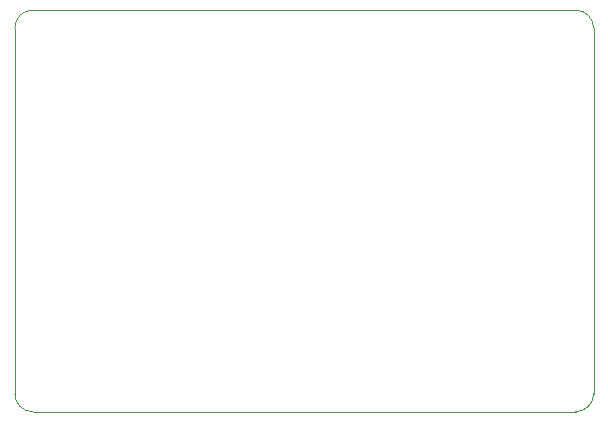
<source format=gm1>
G04 #@! TF.GenerationSoftware,KiCad,Pcbnew,5.1.5+dfsg1-2build2*
G04 #@! TF.CreationDate,2021-12-30T02:49:34+01:00*
G04 #@! TF.ProjectId,OPS,4f50532e-6b69-4636-9164-5f7063625858,rev?*
G04 #@! TF.SameCoordinates,Original*
G04 #@! TF.FileFunction,Profile,NP*
%FSLAX46Y46*%
G04 Gerber Fmt 4.6, Leading zero omitted, Abs format (unit mm)*
G04 Created by KiCad (PCBNEW 5.1.5+dfsg1-2build2) date 2021-12-30 02:49:34*
%MOMM*%
%LPD*%
G04 APERTURE LIST*
%ADD10C,0.050000*%
G04 APERTURE END LIST*
D10*
X99500000Y-83000000D02*
G75*
G02X98000000Y-84500000I-1500000J0D01*
G01*
X98000000Y-50500000D02*
G75*
G02X99500000Y-52000000I0J-1500000D01*
G01*
X50500000Y-52000000D02*
G75*
G02X52000000Y-50500000I1500000J0D01*
G01*
X52000000Y-84500000D02*
G75*
G02X50500000Y-83000000I0J1500000D01*
G01*
X50500000Y-83000000D02*
X50500000Y-52000000D01*
X98000000Y-84500000D02*
X52000000Y-84500000D01*
X99500000Y-52000000D02*
X99500000Y-83000000D01*
X52000000Y-50500000D02*
X98000000Y-50500000D01*
M02*

</source>
